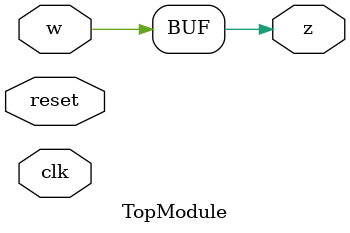
<source format=v>
module TopModule (
  input clk,
  input reset,
  input w,
  output z
);

  // Module body - leave empty or add minimal placeholder.
  // Example placeholder:
  assign z = w; 

endmodule
</source>
